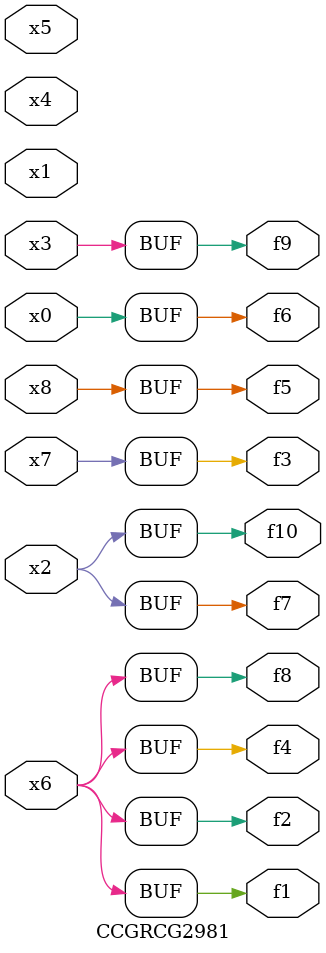
<source format=v>
module CCGRCG2981(
	input x0, x1, x2, x3, x4, x5, x6, x7, x8,
	output f1, f2, f3, f4, f5, f6, f7, f8, f9, f10
);
	assign f1 = x6;
	assign f2 = x6;
	assign f3 = x7;
	assign f4 = x6;
	assign f5 = x8;
	assign f6 = x0;
	assign f7 = x2;
	assign f8 = x6;
	assign f9 = x3;
	assign f10 = x2;
endmodule

</source>
